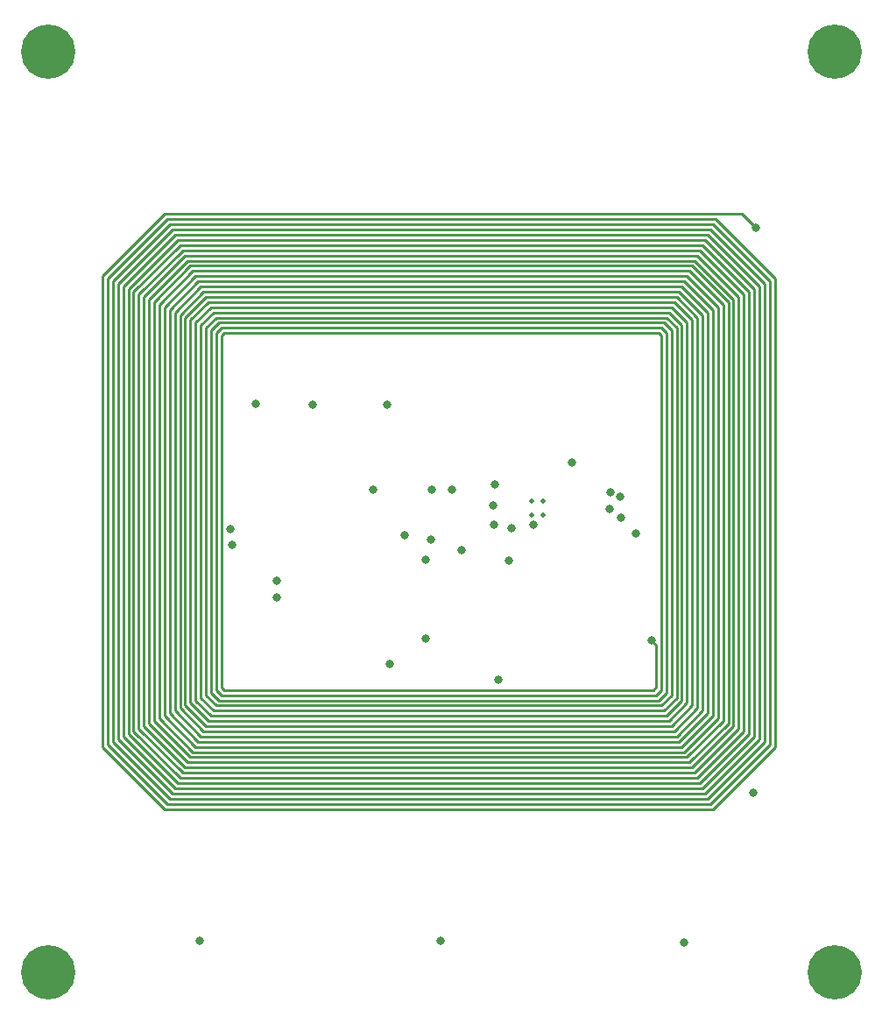
<source format=gbr>
%TF.GenerationSoftware,KiCad,Pcbnew,9.0.0*%
%TF.CreationDate,2025-04-09T20:42:11-07:00*%
%TF.ProjectId,xy_faces_v2,78795f66-6163-4657-935f-76322e6b6963,3.0*%
%TF.SameCoordinates,Original*%
%TF.FileFunction,Copper,L3,Inr*%
%TF.FilePolarity,Positive*%
%FSLAX46Y46*%
G04 Gerber Fmt 4.6, Leading zero omitted, Abs format (unit mm)*
G04 Created by KiCad (PCBNEW 9.0.0) date 2025-04-09 20:42:11*
%MOMM*%
%LPD*%
G01*
G04 APERTURE LIST*
%TA.AperFunction,ComponentPad*%
%ADD10C,5.250000*%
%TD*%
%TA.AperFunction,HeatsinkPad*%
%ADD11C,0.500000*%
%TD*%
%TA.AperFunction,ViaPad*%
%ADD12C,0.800000*%
%TD*%
%TA.AperFunction,Conductor*%
%ADD13C,0.250000*%
%TD*%
G04 APERTURE END LIST*
D10*
%TO.N,unconnected-(J2-Pin_1-Pad1)*%
%TO.C,J2*%
X106500000Y-70300000D03*
%TD*%
%TO.N,unconnected-(J3-Pin_1-Pad1)*%
%TO.C,J3*%
X106500000Y-159300000D03*
%TD*%
%TO.N,unconnected-(J4-Pin_1-Pad1)*%
%TO.C,J4*%
X182500000Y-70300000D03*
%TD*%
%TO.N,unconnected-(J5-Pin_1-Pad1)*%
%TO.C,J5*%
X182500000Y-159300000D03*
%TD*%
D11*
%TO.N,GND*%
%TO.C,U2*%
X154375000Y-115070000D03*
X154375000Y-113770000D03*
X153275000Y-115070000D03*
X153275000Y-113770000D03*
%TD*%
D12*
%TO.N,+3V3*%
X143500000Y-117500000D03*
%TO.N,GND*%
X151000000Y-119500000D03*
X141000000Y-117000000D03*
X143000000Y-119425000D03*
X150000000Y-131000000D03*
X139500000Y-129500000D03*
X143000000Y-127000000D03*
X168000000Y-156390000D03*
X160825000Y-112900000D03*
X157100000Y-110000000D03*
X144450000Y-156250000D03*
X153400000Y-116000000D03*
X149675000Y-112100000D03*
X121120000Y-156220000D03*
X124150000Y-116450000D03*
X137912500Y-112600000D03*
X160750000Y-114500000D03*
%TO.N,+3V3*%
X143600000Y-112600000D03*
X139300000Y-104410000D03*
X149500000Y-114160000D03*
X151300000Y-116400000D03*
X163300000Y-116900000D03*
X126600000Y-104300000D03*
X132050000Y-104410000D03*
X145500000Y-112600000D03*
%TO.N,VSOLAR*%
X124270000Y-118000000D03*
%TO.N,SDA*%
X146500000Y-118500000D03*
X128560000Y-121470000D03*
%TO.N,SCL*%
X128630000Y-123030000D03*
X149600000Y-115990000D03*
%TO.N,Net-(U3-OUT+)*%
X161890000Y-115330000D03*
X174680000Y-141950000D03*
X161820000Y-113350000D03*
X164800000Y-127190000D03*
X174900000Y-87350000D03*
%TD*%
D13*
%TO.N,Net-(U3-OUT+)*%
X166500000Y-95500000D02*
X167750000Y-96750000D01*
X121750000Y-135500000D02*
X119750000Y-133500000D01*
X121250000Y-132750000D02*
X121250000Y-96750000D01*
X166500000Y-135000000D02*
X122000000Y-135000000D01*
X123250000Y-132500000D02*
X122750000Y-132000000D01*
X112750000Y-137000000D02*
X112750000Y-92500000D01*
X118750000Y-95500000D02*
X121250000Y-93000000D01*
X122250000Y-134500000D02*
X120750000Y-133000000D01*
X120750000Y-96500000D02*
X122250000Y-95000000D01*
X167750000Y-93000000D02*
X170250000Y-95500000D01*
X167000000Y-94500000D02*
X168750000Y-96250000D01*
X167000000Y-136000000D02*
X121500000Y-136000000D01*
X121750000Y-94000000D02*
X167250000Y-94000000D01*
X120750000Y-137500000D02*
X117750000Y-134500000D01*
X112250000Y-92250000D02*
X118000000Y-86500000D01*
X113250000Y-136750000D02*
X113250000Y-92750000D01*
X169500000Y-141000000D02*
X119000000Y-141000000D01*
X123250000Y-97750000D02*
X123500000Y-97500000D01*
X116250000Y-135250000D02*
X116250000Y-94250000D01*
X122750000Y-96000000D02*
X166250000Y-96000000D01*
X117250000Y-134750000D02*
X117250000Y-94750000D01*
X119000000Y-141000000D02*
X114250000Y-136250000D01*
X170250000Y-88000000D02*
X175250000Y-93000000D01*
X169750000Y-141500000D02*
X118750000Y-141500000D01*
X171750000Y-94750000D02*
X171750000Y-135000000D01*
X172750000Y-94250000D02*
X172750000Y-135500000D01*
X174750000Y-93250000D02*
X174750000Y-136500000D01*
X166250000Y-97500000D02*
X166250000Y-132250000D01*
X168750000Y-91000000D02*
X172250000Y-94500000D01*
X165000000Y-132000000D02*
X123500000Y-132000000D01*
X173750000Y-136000000D02*
X169250000Y-140500000D01*
X170750000Y-134500000D02*
X167750000Y-137500000D01*
X111750000Y-137500000D02*
X111750000Y-92000000D01*
X120250000Y-133250000D02*
X120250000Y-96250000D01*
X121000000Y-92500000D02*
X168000000Y-92500000D01*
X118000000Y-143000000D02*
X112250000Y-137250000D01*
X123000000Y-133000000D02*
X122250000Y-132250000D01*
X116250000Y-94250000D02*
X120000000Y-90500000D01*
X164800000Y-127190000D02*
X165290000Y-127680000D01*
X168250000Y-96500000D02*
X168250000Y-133250000D01*
X122250000Y-132250000D02*
X122250000Y-97250000D01*
X119500000Y-89500000D02*
X169500000Y-89500000D01*
X170750000Y-143500000D02*
X117750000Y-143500000D01*
X171000000Y-86500000D02*
X176750000Y-92250000D01*
X168250000Y-92000000D02*
X171250000Y-95000000D01*
X122750000Y-132000000D02*
X122750000Y-97500000D01*
X118250000Y-142500000D02*
X112750000Y-137000000D01*
X123250000Y-97000000D02*
X165750000Y-97000000D01*
X170500000Y-87500000D02*
X175750000Y-92750000D01*
X121750000Y-132500000D02*
X121750000Y-97000000D01*
X119250000Y-140500000D02*
X114750000Y-136000000D01*
X167750000Y-137500000D02*
X120750000Y-137500000D01*
X166750000Y-97250000D02*
X166750000Y-132500000D01*
X115250000Y-93750000D02*
X119500000Y-89500000D01*
X117750000Y-143500000D02*
X111750000Y-137500000D01*
X121000000Y-137000000D02*
X118250000Y-134250000D01*
X166750000Y-135500000D02*
X121750000Y-135500000D01*
X119250000Y-133750000D02*
X119250000Y-95750000D01*
X118750000Y-134000000D02*
X118750000Y-95500000D01*
X121500000Y-93500000D02*
X167500000Y-93500000D01*
X118250000Y-87000000D02*
X170750000Y-87000000D01*
X175250000Y-93000000D02*
X175250000Y-136750000D01*
X169750000Y-89000000D02*
X174250000Y-93500000D01*
X120750000Y-133000000D02*
X120750000Y-96500000D01*
X173750000Y-93750000D02*
X173750000Y-136000000D01*
X121250000Y-136500000D02*
X118750000Y-134000000D01*
X176750000Y-137500000D02*
X170750000Y-143500000D01*
X122750000Y-97500000D02*
X123250000Y-97000000D01*
X174750000Y-136500000D02*
X169750000Y-141500000D01*
X119750000Y-90000000D02*
X169250000Y-90000000D01*
X165500000Y-97500000D02*
X165750000Y-97750000D01*
X170500000Y-143000000D02*
X118000000Y-143000000D01*
X117750000Y-134500000D02*
X117750000Y-95000000D01*
X172750000Y-135500000D02*
X168750000Y-139500000D01*
X173250000Y-135750000D02*
X169000000Y-140000000D01*
X169000000Y-90500000D02*
X172750000Y-94250000D01*
X117250000Y-94750000D02*
X120500000Y-91500000D01*
X166750000Y-132500000D02*
X165750000Y-133500000D01*
X114750000Y-93500000D02*
X119250000Y-89000000D01*
X174250000Y-136250000D02*
X169500000Y-141000000D01*
X119500000Y-140000000D02*
X115250000Y-135750000D01*
X113750000Y-93000000D02*
X118750000Y-88000000D01*
X169250000Y-140500000D02*
X119250000Y-140500000D01*
X168000000Y-92500000D02*
X170750000Y-95250000D01*
X171250000Y-134750000D02*
X168000000Y-138000000D01*
X170000000Y-88500000D02*
X174750000Y-93250000D01*
X167750000Y-96750000D02*
X167750000Y-133000000D01*
X168500000Y-91500000D02*
X171750000Y-94750000D01*
X122000000Y-94500000D02*
X167000000Y-94500000D01*
X169750000Y-134000000D02*
X167250000Y-136500000D01*
X165750000Y-97000000D02*
X166250000Y-97500000D01*
X165250000Y-132500000D02*
X123250000Y-132500000D01*
X117750000Y-95000000D02*
X120750000Y-92000000D01*
X167500000Y-93500000D02*
X169750000Y-95750000D01*
X120250000Y-91000000D02*
X168750000Y-91000000D01*
X121250000Y-96750000D02*
X122500000Y-95500000D01*
X169500000Y-89500000D02*
X173750000Y-93750000D01*
X170250000Y-134250000D02*
X167500000Y-137000000D01*
X123500000Y-132000000D02*
X123250000Y-131750000D01*
X119750000Y-133500000D02*
X119750000Y-96000000D01*
X169250000Y-133750000D02*
X167000000Y-136000000D01*
X170250000Y-142500000D02*
X118250000Y-142500000D01*
X122250000Y-97250000D02*
X123000000Y-96500000D01*
X121250000Y-93000000D02*
X167750000Y-93000000D01*
X118000000Y-86500000D02*
X171000000Y-86500000D01*
X120250000Y-138500000D02*
X116750000Y-135000000D01*
X166250000Y-132250000D02*
X165500000Y-133000000D01*
X176250000Y-92500000D02*
X176250000Y-137250000D01*
X165500000Y-133000000D02*
X123000000Y-133000000D01*
X167500000Y-137000000D02*
X121000000Y-137000000D01*
X166000000Y-134000000D02*
X122500000Y-134000000D01*
X114250000Y-136250000D02*
X114250000Y-93250000D01*
X176250000Y-137250000D02*
X170500000Y-143000000D01*
X170750000Y-87000000D02*
X176250000Y-92500000D01*
X123000000Y-96500000D02*
X166000000Y-96500000D01*
X166250000Y-134500000D02*
X122250000Y-134500000D01*
X117750000Y-86000000D02*
X173550000Y-86000000D01*
X115750000Y-135500000D02*
X115750000Y-94000000D01*
X118750000Y-141500000D02*
X113750000Y-136500000D01*
X172250000Y-94500000D02*
X172250000Y-135250000D01*
X118250000Y-95250000D02*
X121000000Y-92500000D01*
X165750000Y-133500000D02*
X122750000Y-133500000D01*
X120000000Y-90500000D02*
X169000000Y-90500000D01*
X170250000Y-95500000D02*
X170250000Y-134250000D01*
X166000000Y-96500000D02*
X166750000Y-97250000D01*
X120250000Y-96250000D02*
X122000000Y-94500000D01*
X114750000Y-136000000D02*
X114750000Y-93500000D01*
X166250000Y-96000000D02*
X167250000Y-97000000D01*
X115250000Y-135750000D02*
X115250000Y-93750000D01*
X167250000Y-132750000D02*
X166000000Y-134000000D01*
X165750000Y-132000000D02*
X165250000Y-132500000D01*
X120500000Y-91500000D02*
X168500000Y-91500000D01*
X112250000Y-137250000D02*
X112250000Y-92250000D01*
X170000000Y-142000000D02*
X118500000Y-142000000D01*
X167250000Y-97000000D02*
X167250000Y-132750000D01*
X168250000Y-133250000D02*
X166500000Y-135000000D01*
X121750000Y-97000000D02*
X122750000Y-96000000D01*
X167250000Y-94000000D02*
X169250000Y-96000000D01*
X169000000Y-140000000D02*
X119500000Y-140000000D01*
X113750000Y-136500000D02*
X113750000Y-93000000D01*
X118250000Y-134250000D02*
X118250000Y-95250000D01*
X116750000Y-94500000D02*
X120250000Y-91000000D01*
X173250000Y-94000000D02*
X173250000Y-135750000D01*
X119250000Y-89000000D02*
X169750000Y-89000000D01*
X119750000Y-139500000D02*
X115750000Y-135500000D01*
X120000000Y-139000000D02*
X116250000Y-135250000D01*
X111750000Y-92000000D02*
X117750000Y-86000000D01*
X120500000Y-138000000D02*
X117250000Y-134750000D01*
X166750000Y-95000000D02*
X168250000Y-96500000D01*
X122000000Y-135000000D02*
X120250000Y-133250000D01*
X165290000Y-127680000D02*
X165290000Y-131710000D01*
X168000000Y-138000000D02*
X120500000Y-138000000D01*
X176750000Y-92250000D02*
X176750000Y-137500000D01*
X122500000Y-134000000D02*
X121250000Y-132750000D01*
X168750000Y-133500000D02*
X166750000Y-135500000D01*
X170750000Y-95250000D02*
X170750000Y-134500000D01*
X172250000Y-135250000D02*
X168500000Y-139000000D01*
X165290000Y-131710000D02*
X165000000Y-132000000D01*
X119750000Y-96000000D02*
X121750000Y-94000000D01*
X171250000Y-95000000D02*
X171250000Y-134750000D01*
X116750000Y-135000000D02*
X116750000Y-94500000D01*
X119000000Y-88500000D02*
X170000000Y-88500000D01*
X118750000Y-88000000D02*
X170250000Y-88000000D01*
X169750000Y-95750000D02*
X169750000Y-134000000D01*
X168750000Y-139500000D02*
X119750000Y-139500000D01*
X167750000Y-133000000D02*
X166250000Y-134500000D01*
X122750000Y-133500000D02*
X121750000Y-132500000D01*
X122500000Y-95500000D02*
X166500000Y-95500000D01*
X113250000Y-92750000D02*
X118500000Y-87500000D01*
X173550000Y-86000000D02*
X174900000Y-87350000D01*
X174250000Y-93500000D02*
X174250000Y-136250000D01*
X169250000Y-90000000D02*
X173250000Y-94000000D01*
X122250000Y-95000000D02*
X166750000Y-95000000D01*
X175250000Y-136750000D02*
X170000000Y-142000000D01*
X165750000Y-97750000D02*
X165750000Y-132000000D01*
X168500000Y-139000000D02*
X120000000Y-139000000D01*
X167250000Y-136500000D02*
X121250000Y-136500000D01*
X123500000Y-97500000D02*
X165500000Y-97500000D01*
X168750000Y-96250000D02*
X168750000Y-133500000D01*
X168250000Y-138500000D02*
X120250000Y-138500000D01*
X123250000Y-131750000D02*
X123250000Y-97750000D01*
X120750000Y-92000000D02*
X168250000Y-92000000D01*
X171750000Y-135000000D02*
X168250000Y-138500000D01*
X175750000Y-92750000D02*
X175750000Y-137000000D01*
X118500000Y-142000000D02*
X113250000Y-136750000D01*
X118500000Y-87500000D02*
X170500000Y-87500000D01*
X114250000Y-93250000D02*
X119000000Y-88500000D01*
X119250000Y-95750000D02*
X121500000Y-93500000D01*
X169250000Y-96000000D02*
X169250000Y-133750000D01*
X175750000Y-137000000D02*
X170250000Y-142500000D01*
X112750000Y-92500000D02*
X118250000Y-87000000D01*
X121500000Y-136000000D02*
X119250000Y-133750000D01*
X115750000Y-94000000D02*
X119750000Y-90000000D01*
%TD*%
M02*

</source>
